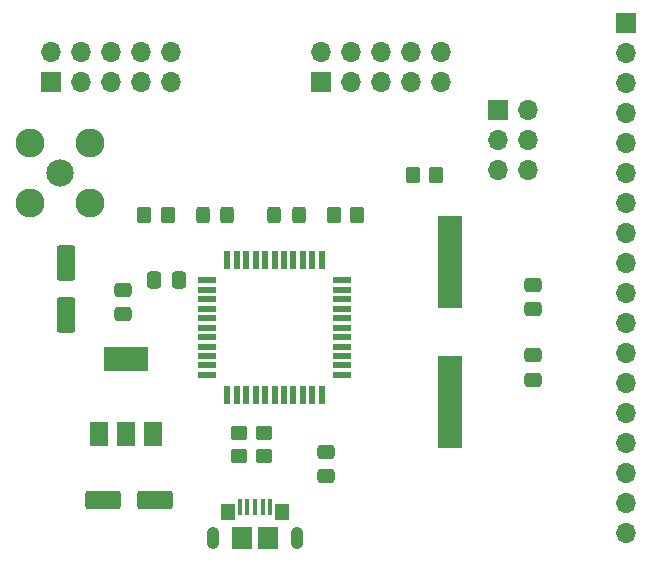
<source format=gbr>
%TF.GenerationSoftware,KiCad,Pcbnew,7.0.10*%
%TF.CreationDate,2024-11-13T12:28:53-05:00*%
%TF.ProjectId,pmodThingy,706d6f64-5468-4696-9e67-792e6b696361,rev?*%
%TF.SameCoordinates,Original*%
%TF.FileFunction,Soldermask,Top*%
%TF.FilePolarity,Negative*%
%FSLAX46Y46*%
G04 Gerber Fmt 4.6, Leading zero omitted, Abs format (unit mm)*
G04 Created by KiCad (PCBNEW 7.0.10) date 2024-11-13 12:28:53*
%MOMM*%
%LPD*%
G01*
G04 APERTURE LIST*
G04 Aperture macros list*
%AMRoundRect*
0 Rectangle with rounded corners*
0 $1 Rounding radius*
0 $2 $3 $4 $5 $6 $7 $8 $9 X,Y pos of 4 corners*
0 Add a 4 corners polygon primitive as box body*
4,1,4,$2,$3,$4,$5,$6,$7,$8,$9,$2,$3,0*
0 Add four circle primitives for the rounded corners*
1,1,$1+$1,$2,$3*
1,1,$1+$1,$4,$5*
1,1,$1+$1,$6,$7*
1,1,$1+$1,$8,$9*
0 Add four rect primitives between the rounded corners*
20,1,$1+$1,$2,$3,$4,$5,0*
20,1,$1+$1,$4,$5,$6,$7,0*
20,1,$1+$1,$6,$7,$8,$9,0*
20,1,$1+$1,$8,$9,$2,$3,0*%
G04 Aperture macros list end*
%ADD10RoundRect,0.250000X0.325000X0.450000X-0.325000X0.450000X-0.325000X-0.450000X0.325000X-0.450000X0*%
%ADD11C,2.304000*%
%ADD12C,2.454000*%
%ADD13RoundRect,0.250000X-0.475000X0.337500X-0.475000X-0.337500X0.475000X-0.337500X0.475000X0.337500X0*%
%ADD14R,1.700000X1.700000*%
%ADD15O,1.700000X1.700000*%
%ADD16RoundRect,0.250000X1.250000X0.550000X-1.250000X0.550000X-1.250000X-0.550000X1.250000X-0.550000X0*%
%ADD17RoundRect,0.250000X0.350000X0.450000X-0.350000X0.450000X-0.350000X-0.450000X0.350000X-0.450000X0*%
%ADD18R,0.550000X1.500000*%
%ADD19R,1.500000X0.550000*%
%ADD20R,1.500000X2.000000*%
%ADD21R,3.800000X2.000000*%
%ADD22RoundRect,0.250000X0.337500X0.475000X-0.337500X0.475000X-0.337500X-0.475000X0.337500X-0.475000X0*%
%ADD23RoundRect,0.250000X0.550000X-1.250000X0.550000X1.250000X-0.550000X1.250000X-0.550000X-1.250000X0*%
%ADD24RoundRect,0.250000X0.450000X-0.350000X0.450000X0.350000X-0.450000X0.350000X-0.450000X-0.350000X0*%
%ADD25RoundRect,0.250000X0.475000X-0.337500X0.475000X0.337500X-0.475000X0.337500X-0.475000X-0.337500X0*%
%ADD26RoundRect,0.250000X-0.325000X-0.450000X0.325000X-0.450000X0.325000X0.450000X-0.325000X0.450000X0*%
%ADD27R,2.000000X7.875000*%
%ADD28RoundRect,0.250000X-0.350000X-0.450000X0.350000X-0.450000X0.350000X0.450000X-0.350000X0.450000X0*%
%ADD29R,0.400000X1.400000*%
%ADD30O,1.050000X1.900000*%
%ADD31R,1.150000X1.450000*%
%ADD32R,1.750000X1.900000*%
G04 APERTURE END LIST*
D10*
%TO.C,D1*%
X136597000Y-62738000D03*
X134547000Y-62738000D03*
%TD*%
D11*
%TO.C,J6*%
X122428000Y-59182000D03*
D12*
X119888000Y-56642000D03*
X119888000Y-61722000D03*
X124968000Y-61722000D03*
X124968000Y-56642000D03*
%TD*%
D13*
%TO.C,C3*%
X144907000Y-82782500D03*
X144907000Y-84857500D03*
%TD*%
D14*
%TO.C,J2*%
X121666000Y-51497000D03*
D15*
X121666000Y-48957000D03*
X124206000Y-51497000D03*
X124206000Y-48957000D03*
X126746000Y-51497000D03*
X126746000Y-48957000D03*
X129286000Y-51497000D03*
X129286000Y-48957000D03*
X131826000Y-51497000D03*
X131826000Y-48957000D03*
%TD*%
D16*
%TO.C,C5*%
X130470000Y-86868000D03*
X126070000Y-86868000D03*
%TD*%
D17*
%TO.C,R4*%
X147605000Y-62738000D03*
X145605000Y-62738000D03*
%TD*%
D18*
%TO.C,U1*%
X136589000Y-77963000D03*
X137389000Y-77963000D03*
X138189000Y-77963000D03*
X138989000Y-77963000D03*
X139789000Y-77963000D03*
X140589000Y-77963000D03*
X141389000Y-77963000D03*
X142189000Y-77963000D03*
X142989000Y-77963000D03*
X143789000Y-77963000D03*
X144589000Y-77963000D03*
D19*
X146289000Y-76263000D03*
X146289000Y-75463000D03*
X146289000Y-74663000D03*
X146289000Y-73863000D03*
X146289000Y-73063000D03*
X146289000Y-72263000D03*
X146289000Y-71463000D03*
X146289000Y-70663000D03*
X146289000Y-69863000D03*
X146289000Y-69063000D03*
X146289000Y-68263000D03*
D18*
X144589000Y-66563000D03*
X143789000Y-66563000D03*
X142989000Y-66563000D03*
X142189000Y-66563000D03*
X141389000Y-66563000D03*
X140589000Y-66563000D03*
X139789000Y-66563000D03*
X138989000Y-66563000D03*
X138189000Y-66563000D03*
X137389000Y-66563000D03*
X136589000Y-66563000D03*
D19*
X134889000Y-68263000D03*
X134889000Y-69063000D03*
X134889000Y-69863000D03*
X134889000Y-70663000D03*
X134889000Y-71463000D03*
X134889000Y-72263000D03*
X134889000Y-73063000D03*
X134889000Y-73863000D03*
X134889000Y-74663000D03*
X134889000Y-75463000D03*
X134889000Y-76263000D03*
%TD*%
D20*
%TO.C,U2*%
X125716000Y-81255000D03*
X128016000Y-81255000D03*
D21*
X128016000Y-74955000D03*
D20*
X130316000Y-81255000D03*
%TD*%
D22*
%TO.C,C7*%
X132482500Y-68199000D03*
X130407500Y-68199000D03*
%TD*%
D23*
%TO.C,C6*%
X122936000Y-71161000D03*
X122936000Y-66761000D03*
%TD*%
D24*
%TO.C,R2*%
X137541000Y-83169000D03*
X137541000Y-81169000D03*
%TD*%
%TO.C,R1*%
X139700000Y-83169000D03*
X139700000Y-81169000D03*
%TD*%
D14*
%TO.C,J5*%
X159507000Y-53863000D03*
D15*
X162047000Y-53863000D03*
X159507000Y-56403000D03*
X162047000Y-56403000D03*
X159507000Y-58943000D03*
X162047000Y-58943000D03*
%TD*%
D14*
%TO.C,J4*%
X170307000Y-46482000D03*
D15*
X170307000Y-49022000D03*
X170307000Y-51562000D03*
X170307000Y-54102000D03*
X170307000Y-56642000D03*
X170307000Y-59182000D03*
X170307000Y-61722000D03*
X170307000Y-64262000D03*
X170307000Y-66802000D03*
X170307000Y-69342000D03*
X170307000Y-71882000D03*
X170307000Y-74422000D03*
X170307000Y-76962000D03*
X170307000Y-79502000D03*
X170307000Y-82042000D03*
X170307000Y-84582000D03*
X170307000Y-87122000D03*
X170307000Y-89662000D03*
%TD*%
D13*
%TO.C,C2*%
X162448000Y-74606500D03*
X162448000Y-76681500D03*
%TD*%
D25*
%TO.C,C4*%
X127762000Y-71141500D03*
X127762000Y-69066500D03*
%TD*%
D26*
%TO.C,D2*%
X140580000Y-62738000D03*
X142630000Y-62738000D03*
%TD*%
D25*
%TO.C,C1*%
X162448000Y-70681500D03*
X162448000Y-68606500D03*
%TD*%
D27*
%TO.C,Y1*%
X155448000Y-78581500D03*
X155448000Y-66706500D03*
%TD*%
D28*
%TO.C,R5*%
X152289000Y-59309000D03*
X154289000Y-59309000D03*
%TD*%
D14*
%TO.C,J1*%
X144526000Y-51497000D03*
D15*
X144526000Y-48957000D03*
X147066000Y-51497000D03*
X147066000Y-48957000D03*
X149606000Y-51497000D03*
X149606000Y-48957000D03*
X152146000Y-51497000D03*
X152146000Y-48957000D03*
X154686000Y-51497000D03*
X154686000Y-48957000D03*
%TD*%
D28*
%TO.C,R3*%
X129572000Y-62738000D03*
X131572000Y-62738000D03*
%TD*%
D29*
%TO.C,J3*%
X137638000Y-87450000D03*
X138288000Y-87450000D03*
X138938000Y-87450000D03*
X139588000Y-87450000D03*
X140238000Y-87450000D03*
D30*
X135363000Y-90100000D03*
D31*
X136618000Y-87870000D03*
D32*
X137813000Y-90100000D03*
X140063000Y-90100000D03*
D31*
X141258000Y-87870000D03*
D30*
X142513000Y-90100000D03*
%TD*%
M02*

</source>
